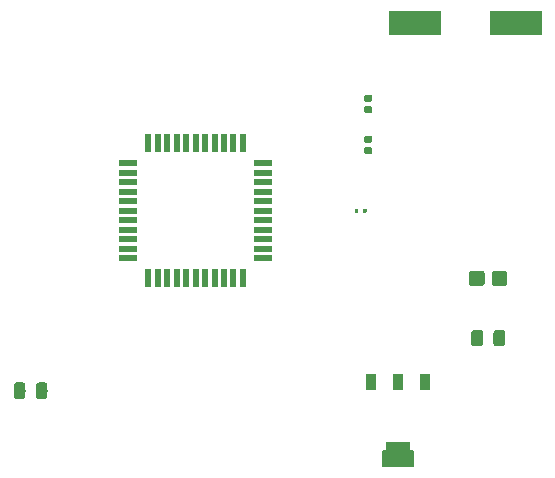
<source format=gbr>
G04 #@! TF.GenerationSoftware,KiCad,Pcbnew,(5.0.0-3-g5ebb6b6)*
G04 #@! TF.CreationDate,2021-02-23T05:46:04-05:00*
G04 #@! TF.ProjectId,PIC16F74Breakout,5049433136463734427265616B6F7574,rev?*
G04 #@! TF.SameCoordinates,Original*
G04 #@! TF.FileFunction,Paste,Top*
G04 #@! TF.FilePolarity,Positive*
%FSLAX46Y46*%
G04 Gerber Fmt 4.6, Leading zero omitted, Abs format (unit mm)*
G04 Created by KiCad (PCBNEW (5.0.0-3-g5ebb6b6)) date Tuesday, February 23, 2021 at 05:46:04 AM*
%MOMM*%
%LPD*%
G01*
G04 APERTURE LIST*
%ADD10C,0.150000*%
%ADD11R,0.889000X1.473200*%
%ADD12R,2.000000X1.500000*%
%ADD13C,0.100000*%
%ADD14C,0.590000*%
%ADD15C,0.318000*%
%ADD16C,1.300000*%
%ADD17R,1.500000X0.550000*%
%ADD18R,0.550000X1.500000*%
%ADD19C,0.975000*%
%ADD20R,4.500000X2.000000*%
G04 APERTURE END LIST*
D10*
G36*
X156845000Y-114935000D02*
X156845000Y-113665000D01*
X159385000Y-113665000D01*
X159385000Y-114935000D01*
X156845000Y-114935000D01*
G37*
X156845000Y-114935000D02*
X156845000Y-113665000D01*
X159385000Y-113665000D01*
X159385000Y-114935000D01*
X156845000Y-114935000D01*
D11*
G04 #@! TO.C,U1*
X160415000Y-107856000D03*
X158115000Y-107856000D03*
X155815000Y-107856000D03*
D12*
X158115000Y-113665000D03*
G04 #@! TD*
D13*
G04 #@! TO.C,C1*
G36*
X155761958Y-87970710D02*
X155776276Y-87972834D01*
X155790317Y-87976351D01*
X155803946Y-87981228D01*
X155817031Y-87987417D01*
X155829447Y-87994858D01*
X155841073Y-88003481D01*
X155851798Y-88013202D01*
X155861519Y-88023927D01*
X155870142Y-88035553D01*
X155877583Y-88047969D01*
X155883772Y-88061054D01*
X155888649Y-88074683D01*
X155892166Y-88088724D01*
X155894290Y-88103042D01*
X155895000Y-88117500D01*
X155895000Y-88412500D01*
X155894290Y-88426958D01*
X155892166Y-88441276D01*
X155888649Y-88455317D01*
X155883772Y-88468946D01*
X155877583Y-88482031D01*
X155870142Y-88494447D01*
X155861519Y-88506073D01*
X155851798Y-88516798D01*
X155841073Y-88526519D01*
X155829447Y-88535142D01*
X155817031Y-88542583D01*
X155803946Y-88548772D01*
X155790317Y-88553649D01*
X155776276Y-88557166D01*
X155761958Y-88559290D01*
X155747500Y-88560000D01*
X155402500Y-88560000D01*
X155388042Y-88559290D01*
X155373724Y-88557166D01*
X155359683Y-88553649D01*
X155346054Y-88548772D01*
X155332969Y-88542583D01*
X155320553Y-88535142D01*
X155308927Y-88526519D01*
X155298202Y-88516798D01*
X155288481Y-88506073D01*
X155279858Y-88494447D01*
X155272417Y-88482031D01*
X155266228Y-88468946D01*
X155261351Y-88455317D01*
X155257834Y-88441276D01*
X155255710Y-88426958D01*
X155255000Y-88412500D01*
X155255000Y-88117500D01*
X155255710Y-88103042D01*
X155257834Y-88088724D01*
X155261351Y-88074683D01*
X155266228Y-88061054D01*
X155272417Y-88047969D01*
X155279858Y-88035553D01*
X155288481Y-88023927D01*
X155298202Y-88013202D01*
X155308927Y-88003481D01*
X155320553Y-87994858D01*
X155332969Y-87987417D01*
X155346054Y-87981228D01*
X155359683Y-87976351D01*
X155373724Y-87972834D01*
X155388042Y-87970710D01*
X155402500Y-87970000D01*
X155747500Y-87970000D01*
X155761958Y-87970710D01*
X155761958Y-87970710D01*
G37*
D14*
X155575000Y-88265000D03*
D13*
G36*
X155761958Y-87000710D02*
X155776276Y-87002834D01*
X155790317Y-87006351D01*
X155803946Y-87011228D01*
X155817031Y-87017417D01*
X155829447Y-87024858D01*
X155841073Y-87033481D01*
X155851798Y-87043202D01*
X155861519Y-87053927D01*
X155870142Y-87065553D01*
X155877583Y-87077969D01*
X155883772Y-87091054D01*
X155888649Y-87104683D01*
X155892166Y-87118724D01*
X155894290Y-87133042D01*
X155895000Y-87147500D01*
X155895000Y-87442500D01*
X155894290Y-87456958D01*
X155892166Y-87471276D01*
X155888649Y-87485317D01*
X155883772Y-87498946D01*
X155877583Y-87512031D01*
X155870142Y-87524447D01*
X155861519Y-87536073D01*
X155851798Y-87546798D01*
X155841073Y-87556519D01*
X155829447Y-87565142D01*
X155817031Y-87572583D01*
X155803946Y-87578772D01*
X155790317Y-87583649D01*
X155776276Y-87587166D01*
X155761958Y-87589290D01*
X155747500Y-87590000D01*
X155402500Y-87590000D01*
X155388042Y-87589290D01*
X155373724Y-87587166D01*
X155359683Y-87583649D01*
X155346054Y-87578772D01*
X155332969Y-87572583D01*
X155320553Y-87565142D01*
X155308927Y-87556519D01*
X155298202Y-87546798D01*
X155288481Y-87536073D01*
X155279858Y-87524447D01*
X155272417Y-87512031D01*
X155266228Y-87498946D01*
X155261351Y-87485317D01*
X155257834Y-87471276D01*
X155255710Y-87456958D01*
X155255000Y-87442500D01*
X155255000Y-87147500D01*
X155255710Y-87133042D01*
X155257834Y-87118724D01*
X155261351Y-87104683D01*
X155266228Y-87091054D01*
X155272417Y-87077969D01*
X155279858Y-87065553D01*
X155288481Y-87053927D01*
X155298202Y-87043202D01*
X155308927Y-87033481D01*
X155320553Y-87024858D01*
X155332969Y-87017417D01*
X155346054Y-87011228D01*
X155359683Y-87006351D01*
X155373724Y-87002834D01*
X155388042Y-87000710D01*
X155402500Y-87000000D01*
X155747500Y-87000000D01*
X155761958Y-87000710D01*
X155761958Y-87000710D01*
G37*
D14*
X155575000Y-87295000D03*
G04 #@! TD*
D13*
G04 #@! TO.C,C2*
G36*
X155761958Y-83525710D02*
X155776276Y-83527834D01*
X155790317Y-83531351D01*
X155803946Y-83536228D01*
X155817031Y-83542417D01*
X155829447Y-83549858D01*
X155841073Y-83558481D01*
X155851798Y-83568202D01*
X155861519Y-83578927D01*
X155870142Y-83590553D01*
X155877583Y-83602969D01*
X155883772Y-83616054D01*
X155888649Y-83629683D01*
X155892166Y-83643724D01*
X155894290Y-83658042D01*
X155895000Y-83672500D01*
X155895000Y-83967500D01*
X155894290Y-83981958D01*
X155892166Y-83996276D01*
X155888649Y-84010317D01*
X155883772Y-84023946D01*
X155877583Y-84037031D01*
X155870142Y-84049447D01*
X155861519Y-84061073D01*
X155851798Y-84071798D01*
X155841073Y-84081519D01*
X155829447Y-84090142D01*
X155817031Y-84097583D01*
X155803946Y-84103772D01*
X155790317Y-84108649D01*
X155776276Y-84112166D01*
X155761958Y-84114290D01*
X155747500Y-84115000D01*
X155402500Y-84115000D01*
X155388042Y-84114290D01*
X155373724Y-84112166D01*
X155359683Y-84108649D01*
X155346054Y-84103772D01*
X155332969Y-84097583D01*
X155320553Y-84090142D01*
X155308927Y-84081519D01*
X155298202Y-84071798D01*
X155288481Y-84061073D01*
X155279858Y-84049447D01*
X155272417Y-84037031D01*
X155266228Y-84023946D01*
X155261351Y-84010317D01*
X155257834Y-83996276D01*
X155255710Y-83981958D01*
X155255000Y-83967500D01*
X155255000Y-83672500D01*
X155255710Y-83658042D01*
X155257834Y-83643724D01*
X155261351Y-83629683D01*
X155266228Y-83616054D01*
X155272417Y-83602969D01*
X155279858Y-83590553D01*
X155288481Y-83578927D01*
X155298202Y-83568202D01*
X155308927Y-83558481D01*
X155320553Y-83549858D01*
X155332969Y-83542417D01*
X155346054Y-83536228D01*
X155359683Y-83531351D01*
X155373724Y-83527834D01*
X155388042Y-83525710D01*
X155402500Y-83525000D01*
X155747500Y-83525000D01*
X155761958Y-83525710D01*
X155761958Y-83525710D01*
G37*
D14*
X155575000Y-83820000D03*
D13*
G36*
X155761958Y-84495710D02*
X155776276Y-84497834D01*
X155790317Y-84501351D01*
X155803946Y-84506228D01*
X155817031Y-84512417D01*
X155829447Y-84519858D01*
X155841073Y-84528481D01*
X155851798Y-84538202D01*
X155861519Y-84548927D01*
X155870142Y-84560553D01*
X155877583Y-84572969D01*
X155883772Y-84586054D01*
X155888649Y-84599683D01*
X155892166Y-84613724D01*
X155894290Y-84628042D01*
X155895000Y-84642500D01*
X155895000Y-84937500D01*
X155894290Y-84951958D01*
X155892166Y-84966276D01*
X155888649Y-84980317D01*
X155883772Y-84993946D01*
X155877583Y-85007031D01*
X155870142Y-85019447D01*
X155861519Y-85031073D01*
X155851798Y-85041798D01*
X155841073Y-85051519D01*
X155829447Y-85060142D01*
X155817031Y-85067583D01*
X155803946Y-85073772D01*
X155790317Y-85078649D01*
X155776276Y-85082166D01*
X155761958Y-85084290D01*
X155747500Y-85085000D01*
X155402500Y-85085000D01*
X155388042Y-85084290D01*
X155373724Y-85082166D01*
X155359683Y-85078649D01*
X155346054Y-85073772D01*
X155332969Y-85067583D01*
X155320553Y-85060142D01*
X155308927Y-85051519D01*
X155298202Y-85041798D01*
X155288481Y-85031073D01*
X155279858Y-85019447D01*
X155272417Y-85007031D01*
X155266228Y-84993946D01*
X155261351Y-84980317D01*
X155257834Y-84966276D01*
X155255710Y-84951958D01*
X155255000Y-84937500D01*
X155255000Y-84642500D01*
X155255710Y-84628042D01*
X155257834Y-84613724D01*
X155261351Y-84599683D01*
X155266228Y-84586054D01*
X155272417Y-84572969D01*
X155279858Y-84560553D01*
X155288481Y-84548927D01*
X155298202Y-84538202D01*
X155308927Y-84528481D01*
X155320553Y-84519858D01*
X155332969Y-84512417D01*
X155346054Y-84506228D01*
X155359683Y-84501351D01*
X155373724Y-84497834D01*
X155388042Y-84495710D01*
X155402500Y-84495000D01*
X155747500Y-84495000D01*
X155761958Y-84495710D01*
X155761958Y-84495710D01*
G37*
D14*
X155575000Y-84790000D03*
G04 #@! TD*
D13*
G04 #@! TO.C,C3*
G36*
X154682292Y-93165383D02*
X154690010Y-93166528D01*
X154697578Y-93168423D01*
X154704923Y-93171052D01*
X154711976Y-93174387D01*
X154718668Y-93178398D01*
X154724934Y-93183046D01*
X154730715Y-93188285D01*
X154735954Y-93194066D01*
X154740602Y-93200332D01*
X154744613Y-93207024D01*
X154747948Y-93214077D01*
X154750577Y-93221422D01*
X154752472Y-93228990D01*
X154753617Y-93236708D01*
X154754000Y-93244500D01*
X154754000Y-93445500D01*
X154753617Y-93453292D01*
X154752472Y-93461010D01*
X154750577Y-93468578D01*
X154747948Y-93475923D01*
X154744613Y-93482976D01*
X154740602Y-93489668D01*
X154735954Y-93495934D01*
X154730715Y-93501715D01*
X154724934Y-93506954D01*
X154718668Y-93511602D01*
X154711976Y-93515613D01*
X154704923Y-93518948D01*
X154697578Y-93521577D01*
X154690010Y-93523472D01*
X154682292Y-93524617D01*
X154674500Y-93525000D01*
X154515500Y-93525000D01*
X154507708Y-93524617D01*
X154499990Y-93523472D01*
X154492422Y-93521577D01*
X154485077Y-93518948D01*
X154478024Y-93515613D01*
X154471332Y-93511602D01*
X154465066Y-93506954D01*
X154459285Y-93501715D01*
X154454046Y-93495934D01*
X154449398Y-93489668D01*
X154445387Y-93482976D01*
X154442052Y-93475923D01*
X154439423Y-93468578D01*
X154437528Y-93461010D01*
X154436383Y-93453292D01*
X154436000Y-93445500D01*
X154436000Y-93244500D01*
X154436383Y-93236708D01*
X154437528Y-93228990D01*
X154439423Y-93221422D01*
X154442052Y-93214077D01*
X154445387Y-93207024D01*
X154449398Y-93200332D01*
X154454046Y-93194066D01*
X154459285Y-93188285D01*
X154465066Y-93183046D01*
X154471332Y-93178398D01*
X154478024Y-93174387D01*
X154485077Y-93171052D01*
X154492422Y-93168423D01*
X154499990Y-93166528D01*
X154507708Y-93165383D01*
X154515500Y-93165000D01*
X154674500Y-93165000D01*
X154682292Y-93165383D01*
X154682292Y-93165383D01*
G37*
D15*
X154595000Y-93345000D03*
D13*
G36*
X155372292Y-93165383D02*
X155380010Y-93166528D01*
X155387578Y-93168423D01*
X155394923Y-93171052D01*
X155401976Y-93174387D01*
X155408668Y-93178398D01*
X155414934Y-93183046D01*
X155420715Y-93188285D01*
X155425954Y-93194066D01*
X155430602Y-93200332D01*
X155434613Y-93207024D01*
X155437948Y-93214077D01*
X155440577Y-93221422D01*
X155442472Y-93228990D01*
X155443617Y-93236708D01*
X155444000Y-93244500D01*
X155444000Y-93445500D01*
X155443617Y-93453292D01*
X155442472Y-93461010D01*
X155440577Y-93468578D01*
X155437948Y-93475923D01*
X155434613Y-93482976D01*
X155430602Y-93489668D01*
X155425954Y-93495934D01*
X155420715Y-93501715D01*
X155414934Y-93506954D01*
X155408668Y-93511602D01*
X155401976Y-93515613D01*
X155394923Y-93518948D01*
X155387578Y-93521577D01*
X155380010Y-93523472D01*
X155372292Y-93524617D01*
X155364500Y-93525000D01*
X155205500Y-93525000D01*
X155197708Y-93524617D01*
X155189990Y-93523472D01*
X155182422Y-93521577D01*
X155175077Y-93518948D01*
X155168024Y-93515613D01*
X155161332Y-93511602D01*
X155155066Y-93506954D01*
X155149285Y-93501715D01*
X155144046Y-93495934D01*
X155139398Y-93489668D01*
X155135387Y-93482976D01*
X155132052Y-93475923D01*
X155129423Y-93468578D01*
X155127528Y-93461010D01*
X155126383Y-93453292D01*
X155126000Y-93445500D01*
X155126000Y-93244500D01*
X155126383Y-93236708D01*
X155127528Y-93228990D01*
X155129423Y-93221422D01*
X155132052Y-93214077D01*
X155135387Y-93207024D01*
X155139398Y-93200332D01*
X155144046Y-93194066D01*
X155149285Y-93188285D01*
X155155066Y-93183046D01*
X155161332Y-93178398D01*
X155168024Y-93174387D01*
X155175077Y-93171052D01*
X155182422Y-93168423D01*
X155189990Y-93166528D01*
X155197708Y-93165383D01*
X155205500Y-93165000D01*
X155364500Y-93165000D01*
X155372292Y-93165383D01*
X155372292Y-93165383D01*
G37*
D15*
X155285000Y-93345000D03*
G04 #@! TD*
D13*
G04 #@! TO.C,D1*
G36*
X165209504Y-98411204D02*
X165233773Y-98414804D01*
X165257571Y-98420765D01*
X165280671Y-98429030D01*
X165302849Y-98439520D01*
X165323893Y-98452133D01*
X165343598Y-98466747D01*
X165361777Y-98483223D01*
X165378253Y-98501402D01*
X165392867Y-98521107D01*
X165405480Y-98542151D01*
X165415970Y-98564329D01*
X165424235Y-98587429D01*
X165430196Y-98611227D01*
X165433796Y-98635496D01*
X165435000Y-98660000D01*
X165435000Y-99460000D01*
X165433796Y-99484504D01*
X165430196Y-99508773D01*
X165424235Y-99532571D01*
X165415970Y-99555671D01*
X165405480Y-99577849D01*
X165392867Y-99598893D01*
X165378253Y-99618598D01*
X165361777Y-99636777D01*
X165343598Y-99653253D01*
X165323893Y-99667867D01*
X165302849Y-99680480D01*
X165280671Y-99690970D01*
X165257571Y-99699235D01*
X165233773Y-99705196D01*
X165209504Y-99708796D01*
X165185000Y-99710000D01*
X164360000Y-99710000D01*
X164335496Y-99708796D01*
X164311227Y-99705196D01*
X164287429Y-99699235D01*
X164264329Y-99690970D01*
X164242151Y-99680480D01*
X164221107Y-99667867D01*
X164201402Y-99653253D01*
X164183223Y-99636777D01*
X164166747Y-99618598D01*
X164152133Y-99598893D01*
X164139520Y-99577849D01*
X164129030Y-99555671D01*
X164120765Y-99532571D01*
X164114804Y-99508773D01*
X164111204Y-99484504D01*
X164110000Y-99460000D01*
X164110000Y-98660000D01*
X164111204Y-98635496D01*
X164114804Y-98611227D01*
X164120765Y-98587429D01*
X164129030Y-98564329D01*
X164139520Y-98542151D01*
X164152133Y-98521107D01*
X164166747Y-98501402D01*
X164183223Y-98483223D01*
X164201402Y-98466747D01*
X164221107Y-98452133D01*
X164242151Y-98439520D01*
X164264329Y-98429030D01*
X164287429Y-98420765D01*
X164311227Y-98414804D01*
X164335496Y-98411204D01*
X164360000Y-98410000D01*
X165185000Y-98410000D01*
X165209504Y-98411204D01*
X165209504Y-98411204D01*
G37*
D16*
X164772500Y-99060000D03*
D13*
G36*
X167134504Y-98411204D02*
X167158773Y-98414804D01*
X167182571Y-98420765D01*
X167205671Y-98429030D01*
X167227849Y-98439520D01*
X167248893Y-98452133D01*
X167268598Y-98466747D01*
X167286777Y-98483223D01*
X167303253Y-98501402D01*
X167317867Y-98521107D01*
X167330480Y-98542151D01*
X167340970Y-98564329D01*
X167349235Y-98587429D01*
X167355196Y-98611227D01*
X167358796Y-98635496D01*
X167360000Y-98660000D01*
X167360000Y-99460000D01*
X167358796Y-99484504D01*
X167355196Y-99508773D01*
X167349235Y-99532571D01*
X167340970Y-99555671D01*
X167330480Y-99577849D01*
X167317867Y-99598893D01*
X167303253Y-99618598D01*
X167286777Y-99636777D01*
X167268598Y-99653253D01*
X167248893Y-99667867D01*
X167227849Y-99680480D01*
X167205671Y-99690970D01*
X167182571Y-99699235D01*
X167158773Y-99705196D01*
X167134504Y-99708796D01*
X167110000Y-99710000D01*
X166285000Y-99710000D01*
X166260496Y-99708796D01*
X166236227Y-99705196D01*
X166212429Y-99699235D01*
X166189329Y-99690970D01*
X166167151Y-99680480D01*
X166146107Y-99667867D01*
X166126402Y-99653253D01*
X166108223Y-99636777D01*
X166091747Y-99618598D01*
X166077133Y-99598893D01*
X166064520Y-99577849D01*
X166054030Y-99555671D01*
X166045765Y-99532571D01*
X166039804Y-99508773D01*
X166036204Y-99484504D01*
X166035000Y-99460000D01*
X166035000Y-98660000D01*
X166036204Y-98635496D01*
X166039804Y-98611227D01*
X166045765Y-98587429D01*
X166054030Y-98564329D01*
X166064520Y-98542151D01*
X166077133Y-98521107D01*
X166091747Y-98501402D01*
X166108223Y-98483223D01*
X166126402Y-98466747D01*
X166146107Y-98452133D01*
X166167151Y-98439520D01*
X166189329Y-98429030D01*
X166212429Y-98420765D01*
X166236227Y-98414804D01*
X166260496Y-98411204D01*
X166285000Y-98410000D01*
X167110000Y-98410000D01*
X167134504Y-98411204D01*
X167134504Y-98411204D01*
G37*
D16*
X166697500Y-99060000D03*
G04 #@! TD*
D17*
G04 #@! TO.C,IC1*
X135270000Y-89345000D03*
X135270000Y-90145000D03*
X135270000Y-90945000D03*
X135270000Y-91745000D03*
X135270000Y-92545000D03*
X135270000Y-93345000D03*
X135270000Y-94145000D03*
X135270000Y-94945000D03*
X135270000Y-95745000D03*
X135270000Y-96545000D03*
X135270000Y-97345000D03*
D18*
X136970000Y-99045000D03*
X137770000Y-99045000D03*
X138570000Y-99045000D03*
X139370000Y-99045000D03*
X140170000Y-99045000D03*
X140970000Y-99045000D03*
X141770000Y-99045000D03*
X142570000Y-99045000D03*
X143370000Y-99045000D03*
X144170000Y-99045000D03*
X144970000Y-99045000D03*
D17*
X146670000Y-97345000D03*
X146670000Y-96545000D03*
X146670000Y-95745000D03*
X146670000Y-94945000D03*
X146670000Y-94145000D03*
X146670000Y-93345000D03*
X146670000Y-92545000D03*
X146670000Y-91745000D03*
X146670000Y-90945000D03*
X146670000Y-90145000D03*
X146670000Y-89345000D03*
D18*
X144970000Y-87645000D03*
X144170000Y-87645000D03*
X143370000Y-87645000D03*
X142570000Y-87645000D03*
X141770000Y-87645000D03*
X140970000Y-87645000D03*
X140170000Y-87645000D03*
X139370000Y-87645000D03*
X138570000Y-87645000D03*
X137770000Y-87645000D03*
X136970000Y-87645000D03*
G04 #@! TD*
D13*
G04 #@! TO.C,R1*
G36*
X126330142Y-107886174D02*
X126353803Y-107889684D01*
X126377007Y-107895496D01*
X126399529Y-107903554D01*
X126421153Y-107913782D01*
X126441670Y-107926079D01*
X126460883Y-107940329D01*
X126478607Y-107956393D01*
X126494671Y-107974117D01*
X126508921Y-107993330D01*
X126521218Y-108013847D01*
X126531446Y-108035471D01*
X126539504Y-108057993D01*
X126545316Y-108081197D01*
X126548826Y-108104858D01*
X126550000Y-108128750D01*
X126550000Y-109041250D01*
X126548826Y-109065142D01*
X126545316Y-109088803D01*
X126539504Y-109112007D01*
X126531446Y-109134529D01*
X126521218Y-109156153D01*
X126508921Y-109176670D01*
X126494671Y-109195883D01*
X126478607Y-109213607D01*
X126460883Y-109229671D01*
X126441670Y-109243921D01*
X126421153Y-109256218D01*
X126399529Y-109266446D01*
X126377007Y-109274504D01*
X126353803Y-109280316D01*
X126330142Y-109283826D01*
X126306250Y-109285000D01*
X125818750Y-109285000D01*
X125794858Y-109283826D01*
X125771197Y-109280316D01*
X125747993Y-109274504D01*
X125725471Y-109266446D01*
X125703847Y-109256218D01*
X125683330Y-109243921D01*
X125664117Y-109229671D01*
X125646393Y-109213607D01*
X125630329Y-109195883D01*
X125616079Y-109176670D01*
X125603782Y-109156153D01*
X125593554Y-109134529D01*
X125585496Y-109112007D01*
X125579684Y-109088803D01*
X125576174Y-109065142D01*
X125575000Y-109041250D01*
X125575000Y-108128750D01*
X125576174Y-108104858D01*
X125579684Y-108081197D01*
X125585496Y-108057993D01*
X125593554Y-108035471D01*
X125603782Y-108013847D01*
X125616079Y-107993330D01*
X125630329Y-107974117D01*
X125646393Y-107956393D01*
X125664117Y-107940329D01*
X125683330Y-107926079D01*
X125703847Y-107913782D01*
X125725471Y-107903554D01*
X125747993Y-107895496D01*
X125771197Y-107889684D01*
X125794858Y-107886174D01*
X125818750Y-107885000D01*
X126306250Y-107885000D01*
X126330142Y-107886174D01*
X126330142Y-107886174D01*
G37*
D19*
X126062500Y-108585000D03*
D13*
G36*
X128205142Y-107886174D02*
X128228803Y-107889684D01*
X128252007Y-107895496D01*
X128274529Y-107903554D01*
X128296153Y-107913782D01*
X128316670Y-107926079D01*
X128335883Y-107940329D01*
X128353607Y-107956393D01*
X128369671Y-107974117D01*
X128383921Y-107993330D01*
X128396218Y-108013847D01*
X128406446Y-108035471D01*
X128414504Y-108057993D01*
X128420316Y-108081197D01*
X128423826Y-108104858D01*
X128425000Y-108128750D01*
X128425000Y-109041250D01*
X128423826Y-109065142D01*
X128420316Y-109088803D01*
X128414504Y-109112007D01*
X128406446Y-109134529D01*
X128396218Y-109156153D01*
X128383921Y-109176670D01*
X128369671Y-109195883D01*
X128353607Y-109213607D01*
X128335883Y-109229671D01*
X128316670Y-109243921D01*
X128296153Y-109256218D01*
X128274529Y-109266446D01*
X128252007Y-109274504D01*
X128228803Y-109280316D01*
X128205142Y-109283826D01*
X128181250Y-109285000D01*
X127693750Y-109285000D01*
X127669858Y-109283826D01*
X127646197Y-109280316D01*
X127622993Y-109274504D01*
X127600471Y-109266446D01*
X127578847Y-109256218D01*
X127558330Y-109243921D01*
X127539117Y-109229671D01*
X127521393Y-109213607D01*
X127505329Y-109195883D01*
X127491079Y-109176670D01*
X127478782Y-109156153D01*
X127468554Y-109134529D01*
X127460496Y-109112007D01*
X127454684Y-109088803D01*
X127451174Y-109065142D01*
X127450000Y-109041250D01*
X127450000Y-108128750D01*
X127451174Y-108104858D01*
X127454684Y-108081197D01*
X127460496Y-108057993D01*
X127468554Y-108035471D01*
X127478782Y-108013847D01*
X127491079Y-107993330D01*
X127505329Y-107974117D01*
X127521393Y-107956393D01*
X127539117Y-107940329D01*
X127558330Y-107926079D01*
X127578847Y-107913782D01*
X127600471Y-107903554D01*
X127622993Y-107895496D01*
X127646197Y-107889684D01*
X127669858Y-107886174D01*
X127693750Y-107885000D01*
X128181250Y-107885000D01*
X128205142Y-107886174D01*
X128205142Y-107886174D01*
G37*
D19*
X127937500Y-108585000D03*
G04 #@! TD*
D13*
G04 #@! TO.C,R2*
G36*
X165065142Y-103441174D02*
X165088803Y-103444684D01*
X165112007Y-103450496D01*
X165134529Y-103458554D01*
X165156153Y-103468782D01*
X165176670Y-103481079D01*
X165195883Y-103495329D01*
X165213607Y-103511393D01*
X165229671Y-103529117D01*
X165243921Y-103548330D01*
X165256218Y-103568847D01*
X165266446Y-103590471D01*
X165274504Y-103612993D01*
X165280316Y-103636197D01*
X165283826Y-103659858D01*
X165285000Y-103683750D01*
X165285000Y-104596250D01*
X165283826Y-104620142D01*
X165280316Y-104643803D01*
X165274504Y-104667007D01*
X165266446Y-104689529D01*
X165256218Y-104711153D01*
X165243921Y-104731670D01*
X165229671Y-104750883D01*
X165213607Y-104768607D01*
X165195883Y-104784671D01*
X165176670Y-104798921D01*
X165156153Y-104811218D01*
X165134529Y-104821446D01*
X165112007Y-104829504D01*
X165088803Y-104835316D01*
X165065142Y-104838826D01*
X165041250Y-104840000D01*
X164553750Y-104840000D01*
X164529858Y-104838826D01*
X164506197Y-104835316D01*
X164482993Y-104829504D01*
X164460471Y-104821446D01*
X164438847Y-104811218D01*
X164418330Y-104798921D01*
X164399117Y-104784671D01*
X164381393Y-104768607D01*
X164365329Y-104750883D01*
X164351079Y-104731670D01*
X164338782Y-104711153D01*
X164328554Y-104689529D01*
X164320496Y-104667007D01*
X164314684Y-104643803D01*
X164311174Y-104620142D01*
X164310000Y-104596250D01*
X164310000Y-103683750D01*
X164311174Y-103659858D01*
X164314684Y-103636197D01*
X164320496Y-103612993D01*
X164328554Y-103590471D01*
X164338782Y-103568847D01*
X164351079Y-103548330D01*
X164365329Y-103529117D01*
X164381393Y-103511393D01*
X164399117Y-103495329D01*
X164418330Y-103481079D01*
X164438847Y-103468782D01*
X164460471Y-103458554D01*
X164482993Y-103450496D01*
X164506197Y-103444684D01*
X164529858Y-103441174D01*
X164553750Y-103440000D01*
X165041250Y-103440000D01*
X165065142Y-103441174D01*
X165065142Y-103441174D01*
G37*
D19*
X164797500Y-104140000D03*
D13*
G36*
X166940142Y-103441174D02*
X166963803Y-103444684D01*
X166987007Y-103450496D01*
X167009529Y-103458554D01*
X167031153Y-103468782D01*
X167051670Y-103481079D01*
X167070883Y-103495329D01*
X167088607Y-103511393D01*
X167104671Y-103529117D01*
X167118921Y-103548330D01*
X167131218Y-103568847D01*
X167141446Y-103590471D01*
X167149504Y-103612993D01*
X167155316Y-103636197D01*
X167158826Y-103659858D01*
X167160000Y-103683750D01*
X167160000Y-104596250D01*
X167158826Y-104620142D01*
X167155316Y-104643803D01*
X167149504Y-104667007D01*
X167141446Y-104689529D01*
X167131218Y-104711153D01*
X167118921Y-104731670D01*
X167104671Y-104750883D01*
X167088607Y-104768607D01*
X167070883Y-104784671D01*
X167051670Y-104798921D01*
X167031153Y-104811218D01*
X167009529Y-104821446D01*
X166987007Y-104829504D01*
X166963803Y-104835316D01*
X166940142Y-104838826D01*
X166916250Y-104840000D01*
X166428750Y-104840000D01*
X166404858Y-104838826D01*
X166381197Y-104835316D01*
X166357993Y-104829504D01*
X166335471Y-104821446D01*
X166313847Y-104811218D01*
X166293330Y-104798921D01*
X166274117Y-104784671D01*
X166256393Y-104768607D01*
X166240329Y-104750883D01*
X166226079Y-104731670D01*
X166213782Y-104711153D01*
X166203554Y-104689529D01*
X166195496Y-104667007D01*
X166189684Y-104643803D01*
X166186174Y-104620142D01*
X166185000Y-104596250D01*
X166185000Y-103683750D01*
X166186174Y-103659858D01*
X166189684Y-103636197D01*
X166195496Y-103612993D01*
X166203554Y-103590471D01*
X166213782Y-103568847D01*
X166226079Y-103548330D01*
X166240329Y-103529117D01*
X166256393Y-103511393D01*
X166274117Y-103495329D01*
X166293330Y-103481079D01*
X166313847Y-103468782D01*
X166335471Y-103458554D01*
X166357993Y-103450496D01*
X166381197Y-103444684D01*
X166404858Y-103441174D01*
X166428750Y-103440000D01*
X166916250Y-103440000D01*
X166940142Y-103441174D01*
X166940142Y-103441174D01*
G37*
D19*
X166672500Y-104140000D03*
G04 #@! TD*
D20*
G04 #@! TO.C,Y1*
X168080000Y-77470000D03*
X159580000Y-77470000D03*
G04 #@! TD*
M02*

</source>
